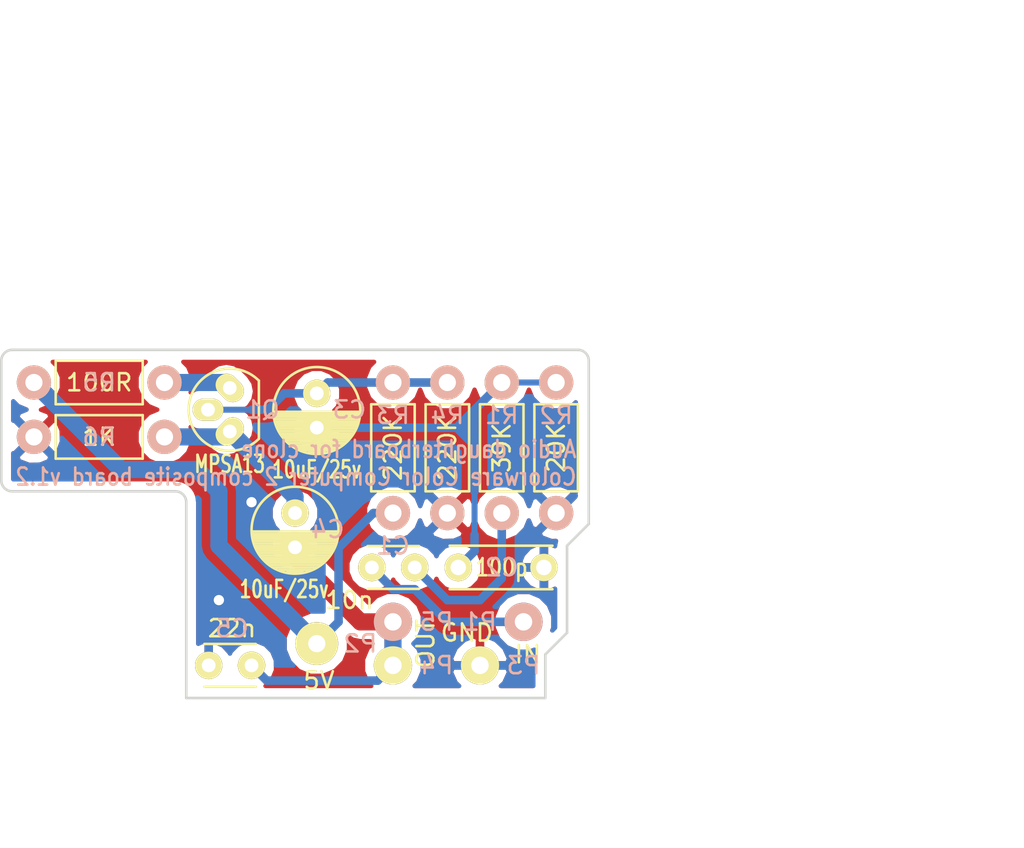
<source format=kicad_pcb>
(kicad_pcb (version 4) (host pcbnew 4.0.2-stable)

  (general
    (links 21)
    (no_connects 0)
    (area 109.144999 76.124999 143.585001 96.595001)
    (thickness 1.6)
    (drawings 55)
    (tracks 67)
    (zones 0)
    (modules 17)
    (nets 10)
  )

  (page A4)
  (layers
    (0 F.Cu signal)
    (31 B.Cu signal)
    (32 B.Adhes user)
    (33 F.Adhes user)
    (34 B.Paste user)
    (35 F.Paste user)
    (36 B.SilkS user)
    (37 F.SilkS user)
    (38 B.Mask user)
    (39 F.Mask user)
    (40 Dwgs.User user)
    (41 Cmts.User user)
    (42 Eco1.User user)
    (43 Eco2.User user)
    (44 Edge.Cuts user)
    (45 Margin user)
    (46 B.CrtYd user)
    (47 F.CrtYd user)
    (48 B.Fab user)
    (49 F.Fab user)
  )

  (setup
    (last_trace_width 1)
    (user_trace_width 0.5)
    (user_trace_width 1)
    (trace_clearance 0.2)
    (zone_clearance 0.5)
    (zone_45_only no)
    (trace_min 0.2)
    (segment_width 0.2)
    (edge_width 0.15)
    (via_size 0.6)
    (via_drill 0.4)
    (via_min_size 0.4)
    (via_min_drill 0.3)
    (user_via 1 0.6)
    (uvia_size 0.3)
    (uvia_drill 0.1)
    (uvias_allowed no)
    (uvia_min_size 0.2)
    (uvia_min_drill 0.1)
    (pcb_text_width 0.3)
    (pcb_text_size 1.5 1.5)
    (mod_edge_width 0.15)
    (mod_text_size 1 1)
    (mod_text_width 0.15)
    (pad_size 1.6 1.6)
    (pad_drill 0.9)
    (pad_to_mask_clearance 0.2)
    (solder_mask_min_width 0.2)
    (aux_axis_origin 0 0)
    (grid_origin 132.08 93.98)
    (visible_elements 7FFFFFFF)
    (pcbplotparams
      (layerselection 0x010f0_80000001)
      (usegerberextensions true)
      (excludeedgelayer true)
      (linewidth 0.100000)
      (plotframeref false)
      (viasonmask false)
      (mode 1)
      (useauxorigin false)
      (hpglpennumber 1)
      (hpglpenspeed 20)
      (hpglpendiameter 15)
      (hpglpenoverlay 2)
      (psnegative false)
      (psa4output false)
      (plotreference true)
      (plotvalue true)
      (plotinvisibletext false)
      (padsonsilk false)
      (subtractmaskfromsilk false)
      (outputformat 1)
      (mirror false)
      (drillshape 0)
      (scaleselection 1)
      (outputdirectory Gerbers/))
  )

  (net 0 "")
  (net 1 "Net-(C1-Pad1)")
  (net 2 "Net-(C1-Pad2)")
  (net 3 "Net-(C2-Pad1)")
  (net 4 GND)
  (net 5 "Net-(C3-Pad1)")
  (net 6 "Net-(C4-Pad2)")
  (net 7 "Net-(C4-Pad1)")
  (net 8 VCC)
  (net 9 "Net-(Q1-Pad3)")

  (net_class Default "This is the default net class."
    (clearance 0.2)
    (trace_width 0.35)
    (via_dia 0.6)
    (via_drill 0.4)
    (uvia_dia 0.3)
    (uvia_drill 0.1)
    (add_net GND)
    (add_net "Net-(C1-Pad1)")
    (add_net "Net-(C1-Pad2)")
    (add_net "Net-(C2-Pad1)")
    (add_net "Net-(C3-Pad1)")
    (add_net "Net-(C4-Pad1)")
    (add_net "Net-(C4-Pad2)")
    (add_net "Net-(Q1-Pad3)")
    (add_net VCC)
  )

  (module Capacitors_ThroughHole:C_Radial_D5_L11_P2 (layer F.Cu) (tedit 57C1879D) (tstamp 57A086CB)
    (at 126.365 85.725 270)
    (descr "Radial Electrolytic Capacitor 5mm x Length 11mm, Pitch 2mm")
    (tags "Electrolytic Capacitor")
    (path /57A0872C)
    (fp_text reference C4 (at 0.9525 -1.905 360) (layer B.SilkS)
      (effects (font (size 1 1) (thickness 0.15)) (justify mirror))
    )
    (fp_text value 10uF/25v (at 4.445 0.635 360) (layer F.SilkS)
      (effects (font (size 1 0.7) (thickness 0.15)))
    )
    (fp_line (start 1.075 -2.499) (end 1.075 2.499) (layer F.SilkS) (width 0.15))
    (fp_line (start 1.215 -2.491) (end 1.215 -0.154) (layer F.SilkS) (width 0.15))
    (fp_line (start 1.215 0.154) (end 1.215 2.491) (layer F.SilkS) (width 0.15))
    (fp_line (start 1.355 -2.475) (end 1.355 -0.473) (layer F.SilkS) (width 0.15))
    (fp_line (start 1.355 0.473) (end 1.355 2.475) (layer F.SilkS) (width 0.15))
    (fp_line (start 1.495 -2.451) (end 1.495 -0.62) (layer F.SilkS) (width 0.15))
    (fp_line (start 1.495 0.62) (end 1.495 2.451) (layer F.SilkS) (width 0.15))
    (fp_line (start 1.635 -2.418) (end 1.635 -0.712) (layer F.SilkS) (width 0.15))
    (fp_line (start 1.635 0.712) (end 1.635 2.418) (layer F.SilkS) (width 0.15))
    (fp_line (start 1.775 -2.377) (end 1.775 -0.768) (layer F.SilkS) (width 0.15))
    (fp_line (start 1.775 0.768) (end 1.775 2.377) (layer F.SilkS) (width 0.15))
    (fp_line (start 1.915 -2.327) (end 1.915 -0.795) (layer F.SilkS) (width 0.15))
    (fp_line (start 1.915 0.795) (end 1.915 2.327) (layer F.SilkS) (width 0.15))
    (fp_line (start 2.055 -2.266) (end 2.055 -0.798) (layer F.SilkS) (width 0.15))
    (fp_line (start 2.055 0.798) (end 2.055 2.266) (layer F.SilkS) (width 0.15))
    (fp_line (start 2.195 -2.196) (end 2.195 -0.776) (layer F.SilkS) (width 0.15))
    (fp_line (start 2.195 0.776) (end 2.195 2.196) (layer F.SilkS) (width 0.15))
    (fp_line (start 2.335 -2.114) (end 2.335 -0.726) (layer F.SilkS) (width 0.15))
    (fp_line (start 2.335 0.726) (end 2.335 2.114) (layer F.SilkS) (width 0.15))
    (fp_line (start 2.475 -2.019) (end 2.475 -0.644) (layer F.SilkS) (width 0.15))
    (fp_line (start 2.475 0.644) (end 2.475 2.019) (layer F.SilkS) (width 0.15))
    (fp_line (start 2.615 -1.908) (end 2.615 -0.512) (layer F.SilkS) (width 0.15))
    (fp_line (start 2.615 0.512) (end 2.615 1.908) (layer F.SilkS) (width 0.15))
    (fp_line (start 2.755 -1.78) (end 2.755 -0.265) (layer F.SilkS) (width 0.15))
    (fp_line (start 2.755 0.265) (end 2.755 1.78) (layer F.SilkS) (width 0.15))
    (fp_line (start 2.895 -1.631) (end 2.895 1.631) (layer F.SilkS) (width 0.15))
    (fp_line (start 3.035 -1.452) (end 3.035 1.452) (layer F.SilkS) (width 0.15))
    (fp_line (start 3.175 -1.233) (end 3.175 1.233) (layer F.SilkS) (width 0.15))
    (fp_line (start 3.315 -0.944) (end 3.315 0.944) (layer F.SilkS) (width 0.15))
    (fp_line (start 3.455 -0.472) (end 3.455 0.472) (layer F.SilkS) (width 0.15))
    (fp_circle (center 2 0) (end 2 -0.8) (layer F.SilkS) (width 0.15))
    (fp_circle (center 1 0) (end 1 -2.5375) (layer F.SilkS) (width 0.15))
    (fp_circle (center 1 0) (end 1 -2.8) (layer F.CrtYd) (width 0.05))
    (pad 1 thru_hole circle (at 0 0 270) (size 1.6 1.6) (drill 0.8) (layers *.Cu *.Mask F.SilkS)
      (net 7 "Net-(C4-Pad1)"))
    (pad 2 thru_hole circle (at 2 0 270) (size 1.6 1.6) (drill 0.8) (layers *.Cu *.Mask F.SilkS)
      (net 6 "Net-(C4-Pad2)"))
    (model Capacitors_ThroughHole.3dshapes/C_Radial_D5_L11_P2.wrl
      (at (xyz 0 0 0))
      (scale (xyz 1 1 1))
      (rotate (xyz 0 0 0))
    )
  )

  (module Pin_Headers:Pin_Header_Angled_1x01 (layer F.Cu) (tedit 57C18830) (tstamp 579ADAC9)
    (at 137.16 94.615 270)
    (descr "Through hole pin header")
    (tags "pin header")
    (path /579AE549)
    (fp_text reference P3 (at 0 -2.54 360) (layer B.SilkS)
      (effects (font (size 1 1) (thickness 0.15)) (justify mirror))
    )
    (fp_text value GND (at -1.905 0.762 360) (layer F.SilkS)
      (effects (font (size 1 1) (thickness 0.15)))
    )
    (fp_line (start -1.6 -1.75) (end -1.6 1.75) (layer F.CrtYd) (width 0.05))
    (fp_line (start 10.65 -1.75) (end 10.65 1.75) (layer F.CrtYd) (width 0.05))
    (fp_line (start -1.6 -1.75) (end 10.65 -1.75) (layer F.CrtYd) (width 0.05))
    (fp_line (start -1.6 1.75) (end 10.65 1.75) (layer F.CrtYd) (width 0.05))
    (pad 1 thru_hole oval (at 0 0 270) (size 2.2352 2.2352) (drill 1.016) (layers *.Cu *.Mask F.SilkS)
      (net 4 GND))
    (model Pin_Headers.3dshapes/Pin_Header_Angled_1x01.wrl
      (at (xyz 0 0 0))
      (scale (xyz 1 1 1))
      (rotate (xyz 0 0 45))
    )
  )

  (module Resistors_ThroughHole:Resistor_Horizontal_RM7mm (layer F.Cu) (tedit 579B1C5F) (tstamp 579ADAE0)
    (at 138.43 85.725 90)
    (descr "Resistor, Axial,  RM 7.62mm, 1/3W,")
    (tags "Resistor Axial RM 7.62mm 1/3W R3")
    (path /579AD50F)
    (fp_text reference R1 (at 5.715 0 180) (layer B.SilkS)
      (effects (font (size 1 1) (thickness 0.15)) (justify mirror))
    )
    (fp_text value 39K (at 3.81 0 90) (layer F.SilkS)
      (effects (font (size 1 1) (thickness 0.15)))
    )
    (fp_line (start -1.25 -1.5) (end 8.85 -1.5) (layer F.CrtYd) (width 0.05))
    (fp_line (start -1.25 1.5) (end -1.25 -1.5) (layer F.CrtYd) (width 0.05))
    (fp_line (start 8.85 -1.5) (end 8.85 1.5) (layer F.CrtYd) (width 0.05))
    (fp_line (start -1.25 1.5) (end 8.85 1.5) (layer F.CrtYd) (width 0.05))
    (fp_line (start 1.27 -1.27) (end 6.35 -1.27) (layer F.SilkS) (width 0.15))
    (fp_line (start 6.35 -1.27) (end 6.35 1.27) (layer F.SilkS) (width 0.15))
    (fp_line (start 6.35 1.27) (end 1.27 1.27) (layer F.SilkS) (width 0.15))
    (fp_line (start 1.27 1.27) (end 1.27 -1.27) (layer F.SilkS) (width 0.15))
    (pad 1 thru_hole circle (at 0 0 90) (size 1.99898 1.99898) (drill 1.00076) (layers *.Cu *.SilkS *.Mask)
      (net 1 "Net-(C1-Pad1)"))
    (pad 2 thru_hole circle (at 7.62 0 90) (size 1.99898 1.99898) (drill 1.00076) (layers *.Cu *.SilkS *.Mask)
      (net 3 "Net-(C2-Pad1)"))
    (model ../../../../../../dev/Coco/Circuits/Libraries/smisioto/walter/pth_resistors/rc03.wrl
      (at (xyz 0.15 0 0))
      (scale (xyz 1 1 1))
      (rotate (xyz 0 0 0))
    )
  )

  (module Resistors_ThroughHole:Resistor_Horizontal_RM7mm (layer F.Cu) (tedit 579B1C5C) (tstamp 579ADAE6)
    (at 141.605 78.105 270)
    (descr "Resistor, Axial,  RM 7.62mm, 1/3W,")
    (tags "Resistor Axial RM 7.62mm 1/3W R3")
    (path /579AD657)
    (fp_text reference R2 (at 1.905 0 360) (layer B.SilkS)
      (effects (font (size 1 1) (thickness 0.15)) (justify mirror))
    )
    (fp_text value 20K (at 3.81 0 270) (layer F.SilkS)
      (effects (font (size 1 1) (thickness 0.15)))
    )
    (fp_line (start -1.25 -1.5) (end 8.85 -1.5) (layer F.CrtYd) (width 0.05))
    (fp_line (start -1.25 1.5) (end -1.25 -1.5) (layer F.CrtYd) (width 0.05))
    (fp_line (start 8.85 -1.5) (end 8.85 1.5) (layer F.CrtYd) (width 0.05))
    (fp_line (start -1.25 1.5) (end 8.85 1.5) (layer F.CrtYd) (width 0.05))
    (fp_line (start 1.27 -1.27) (end 6.35 -1.27) (layer F.SilkS) (width 0.15))
    (fp_line (start 6.35 -1.27) (end 6.35 1.27) (layer F.SilkS) (width 0.15))
    (fp_line (start 6.35 1.27) (end 1.27 1.27) (layer F.SilkS) (width 0.15))
    (fp_line (start 1.27 1.27) (end 1.27 -1.27) (layer F.SilkS) (width 0.15))
    (pad 1 thru_hole circle (at 0 0 270) (size 1.99898 1.99898) (drill 1.00076) (layers *.Cu *.SilkS *.Mask)
      (net 3 "Net-(C2-Pad1)"))
    (pad 2 thru_hole circle (at 7.62 0 270) (size 1.99898 1.99898) (drill 1.00076) (layers *.Cu *.SilkS *.Mask)
      (net 4 GND))
    (model ../../../../../../dev/Coco/Circuits/Libraries/smisioto/walter/pth_resistors/rc03.wrl
      (at (xyz 0.15 0 0))
      (scale (xyz 1 1 1))
      (rotate (xyz 0 0 0))
    )
  )

  (module Resistors_ThroughHole:Resistor_Horizontal_RM7mm (layer F.Cu) (tedit 579B1C59) (tstamp 579ADAF2)
    (at 135.255 78.105 270)
    (descr "Resistor, Axial,  RM 7.62mm, 1/3W,")
    (tags "Resistor Axial RM 7.62mm 1/3W R3")
    (path /579AD7B3)
    (fp_text reference R4 (at 1.905 0 360) (layer B.SilkS)
      (effects (font (size 1 1) (thickness 0.15)) (justify mirror))
    )
    (fp_text value 220K (at 3.81 0 270) (layer F.SilkS)
      (effects (font (size 1 1) (thickness 0.15)))
    )
    (fp_line (start -1.25 -1.5) (end 8.85 -1.5) (layer F.CrtYd) (width 0.05))
    (fp_line (start -1.25 1.5) (end -1.25 -1.5) (layer F.CrtYd) (width 0.05))
    (fp_line (start 8.85 -1.5) (end 8.85 1.5) (layer F.CrtYd) (width 0.05))
    (fp_line (start -1.25 1.5) (end 8.85 1.5) (layer F.CrtYd) (width 0.05))
    (fp_line (start 1.27 -1.27) (end 6.35 -1.27) (layer F.SilkS) (width 0.15))
    (fp_line (start 6.35 -1.27) (end 6.35 1.27) (layer F.SilkS) (width 0.15))
    (fp_line (start 6.35 1.27) (end 1.27 1.27) (layer F.SilkS) (width 0.15))
    (fp_line (start 1.27 1.27) (end 1.27 -1.27) (layer F.SilkS) (width 0.15))
    (pad 1 thru_hole circle (at 0 0 270) (size 1.99898 1.99898) (drill 1.00076) (layers *.Cu *.SilkS *.Mask)
      (net 5 "Net-(C3-Pad1)"))
    (pad 2 thru_hole circle (at 7.62 0 270) (size 1.99898 1.99898) (drill 1.00076) (layers *.Cu *.SilkS *.Mask)
      (net 4 GND))
    (model ../../../../../../dev/Coco/Circuits/Libraries/smisioto/walter/pth_resistors/rc03.wrl
      (at (xyz 0.15 0 0))
      (scale (xyz 1 1 1))
      (rotate (xyz 0 0 0))
    )
  )

  (module Resistors_ThroughHole:Resistor_Horizontal_RM7mm (layer F.Cu) (tedit 579B1C55) (tstamp 579ADAEC)
    (at 132.08 85.725 90)
    (descr "Resistor, Axial,  RM 7.62mm, 1/3W,")
    (tags "Resistor Axial RM 7.62mm 1/3W R3")
    (path /579AD80C)
    (fp_text reference R3 (at 5.715 0 180) (layer B.SilkS)
      (effects (font (size 1 1) (thickness 0.15)) (justify mirror))
    )
    (fp_text value 220K (at 3.81 0 90) (layer F.SilkS)
      (effects (font (size 1 1) (thickness 0.15)))
    )
    (fp_line (start -1.25 -1.5) (end 8.85 -1.5) (layer F.CrtYd) (width 0.05))
    (fp_line (start -1.25 1.5) (end -1.25 -1.5) (layer F.CrtYd) (width 0.05))
    (fp_line (start 8.85 -1.5) (end 8.85 1.5) (layer F.CrtYd) (width 0.05))
    (fp_line (start -1.25 1.5) (end 8.85 1.5) (layer F.CrtYd) (width 0.05))
    (fp_line (start 1.27 -1.27) (end 6.35 -1.27) (layer F.SilkS) (width 0.15))
    (fp_line (start 6.35 -1.27) (end 6.35 1.27) (layer F.SilkS) (width 0.15))
    (fp_line (start 6.35 1.27) (end 1.27 1.27) (layer F.SilkS) (width 0.15))
    (fp_line (start 1.27 1.27) (end 1.27 -1.27) (layer F.SilkS) (width 0.15))
    (pad 1 thru_hole circle (at 0 0 90) (size 1.99898 1.99898) (drill 1.00076) (layers *.Cu *.SilkS *.Mask)
      (net 8 VCC))
    (pad 2 thru_hole circle (at 7.62 0 90) (size 1.99898 1.99898) (drill 1.00076) (layers *.Cu *.SilkS *.Mask)
      (net 5 "Net-(C3-Pad1)"))
    (model ../../../../../../dev/Coco/Circuits/Libraries/smisioto/walter/pth_resistors/rc03.wrl
      (at (xyz 0.15 0 0))
      (scale (xyz 1 1 1))
      (rotate (xyz 0 0 0))
    )
  )

  (module Resistors_ThroughHole:Resistor_Horizontal_RM7mm (layer F.Cu) (tedit 57C181AA) (tstamp 579ADAFE)
    (at 118.745 81.28 180)
    (descr "Resistor, Axial,  RM 7.62mm, 1/3W,")
    (tags "Resistor Axial RM 7.62mm 1/3W R3")
    (path /579AD8F7)
    (fp_text reference R6 (at 3.81 0 180) (layer B.SilkS)
      (effects (font (size 1 1) (thickness 0.15)) (justify mirror))
    )
    (fp_text value 1K (at 3.81 0 180) (layer F.SilkS)
      (effects (font (size 1 1) (thickness 0.15)))
    )
    (fp_line (start -1.25 -1.5) (end 8.85 -1.5) (layer F.CrtYd) (width 0.05))
    (fp_line (start -1.25 1.5) (end -1.25 -1.5) (layer F.CrtYd) (width 0.05))
    (fp_line (start 8.85 -1.5) (end 8.85 1.5) (layer F.CrtYd) (width 0.05))
    (fp_line (start -1.25 1.5) (end 8.85 1.5) (layer F.CrtYd) (width 0.05))
    (fp_line (start 1.27 -1.27) (end 6.35 -1.27) (layer F.SilkS) (width 0.15))
    (fp_line (start 6.35 -1.27) (end 6.35 1.27) (layer F.SilkS) (width 0.15))
    (fp_line (start 6.35 1.27) (end 1.27 1.27) (layer F.SilkS) (width 0.15))
    (fp_line (start 1.27 1.27) (end 1.27 -1.27) (layer F.SilkS) (width 0.15))
    (pad 1 thru_hole circle (at 0 0 180) (size 1.99898 1.99898) (drill 1.00076) (layers *.Cu *.SilkS *.Mask)
      (net 7 "Net-(C4-Pad1)"))
    (pad 2 thru_hole circle (at 7.62 0 180) (size 1.99898 1.99898) (drill 1.00076) (layers *.Cu *.SilkS *.Mask)
      (net 4 GND))
    (model ../../../../../../dev/Coco/Circuits/Libraries/smisioto/walter/pth_resistors/rc03.wrl
      (at (xyz 0.15 0 0))
      (scale (xyz 1 1 1))
      (rotate (xyz 0 0 0))
    )
  )

  (module Resistors_ThroughHole:Resistor_Horizontal_RM7mm (layer F.Cu) (tedit 57C181A7) (tstamp 579ADAF8)
    (at 111.125 78.105)
    (descr "Resistor, Axial,  RM 7.62mm, 1/3W,")
    (tags "Resistor Axial RM 7.62mm 1/3W R3")
    (path /579AD898)
    (fp_text reference R5 (at 3.81 0) (layer B.SilkS)
      (effects (font (size 1 1) (thickness 0.15)) (justify mirror))
    )
    (fp_text value 100R (at 3.81 0) (layer F.SilkS)
      (effects (font (size 1 1) (thickness 0.15)))
    )
    (fp_line (start -1.25 -1.5) (end 8.85 -1.5) (layer F.CrtYd) (width 0.05))
    (fp_line (start -1.25 1.5) (end -1.25 -1.5) (layer F.CrtYd) (width 0.05))
    (fp_line (start 8.85 -1.5) (end 8.85 1.5) (layer F.CrtYd) (width 0.05))
    (fp_line (start -1.25 1.5) (end 8.85 1.5) (layer F.CrtYd) (width 0.05))
    (fp_line (start 1.27 -1.27) (end 6.35 -1.27) (layer F.SilkS) (width 0.15))
    (fp_line (start 6.35 -1.27) (end 6.35 1.27) (layer F.SilkS) (width 0.15))
    (fp_line (start 6.35 1.27) (end 1.27 1.27) (layer F.SilkS) (width 0.15))
    (fp_line (start 1.27 1.27) (end 1.27 -1.27) (layer F.SilkS) (width 0.15))
    (pad 1 thru_hole circle (at 0 0) (size 1.99898 1.99898) (drill 1.00076) (layers *.Cu *.SilkS *.Mask)
      (net 8 VCC))
    (pad 2 thru_hole circle (at 7.62 0) (size 1.99898 1.99898) (drill 1.00076) (layers *.Cu *.SilkS *.Mask)
      (net 9 "Net-(Q1-Pad3)"))
    (model ../../../../../../dev/Coco/Circuits/Libraries/smisioto/walter/pth_resistors/rc03.wrl
      (at (xyz 0.15 0 0))
      (scale (xyz 1 1 1))
      (rotate (xyz 0 0 0))
    )
  )

  (module Capacitors_ThroughHole:C_Disc_D6_P5 (layer F.Cu) (tedit 57C18533) (tstamp 579B2539)
    (at 135.89 88.9)
    (descr "Capacitor 6mm Disc, Pitch 5mm")
    (tags Capacitor)
    (path /579AD416)
    (fp_text reference C2 (at 2.54 0) (layer B.SilkS)
      (effects (font (size 1 1) (thickness 0.15)) (justify mirror))
    )
    (fp_text value 100p (at 2.54 0) (layer F.SilkS)
      (effects (font (size 1 0.8) (thickness 0.15)))
    )
    (fp_line (start -0.95 -1.738) (end 5.95 -1.738) (layer F.CrtYd) (width 0.05))
    (fp_line (start 5.95 -1.738) (end 5.95 1.738) (layer F.CrtYd) (width 0.05))
    (fp_line (start 5.95 1.738) (end -0.95 1.738) (layer F.CrtYd) (width 0.05))
    (fp_line (start -0.95 1.738) (end -0.95 -1.738) (layer F.CrtYd) (width 0.05))
    (fp_line (start -0.5 -1.27) (end 5.5 -1.27) (layer F.SilkS) (width 0.15))
    (fp_line (start 5.5 1.27) (end -0.5 1.27) (layer F.SilkS) (width 0.15))
    (pad 1 thru_hole circle (at 0 0) (size 1.6 1.6) (drill 0.9) (layers *.Cu *.Mask F.SilkS)
      (net 3 "Net-(C2-Pad1)"))
    (pad 2 thru_hole oval (at 5 0) (size 1.6 1.6) (drill 0.9) (layers *.Cu *.Mask F.SilkS)
      (net 4 GND))
    (model Capacitors_ThroughHole.3dshapes/C_Disc_D6_P5.wrl
      (at (xyz 0.0984252 0 0))
      (scale (xyz 1 1 1))
      (rotate (xyz 0 0 0))
    )
  )

  (module Pin_Headers:Pin_Header_Angled_1x01 (layer B.Cu) (tedit 579B1D18) (tstamp 579ADABF)
    (at 139.7 92.075 270)
    (descr "Through hole pin header")
    (tags "pin header")
    (path /579AE194)
    (fp_text reference P1 (at 0 2.54 360) (layer B.SilkS)
      (effects (font (size 1 1) (thickness 0.15)) (justify mirror))
    )
    (fp_text value "SOUND IN" (at 0.635 -5.08 270) (layer B.Fab) hide
      (effects (font (size 1 1) (thickness 0.15)) (justify mirror))
    )
    (fp_line (start -1.6 1.75) (end -1.6 -1.75) (layer B.CrtYd) (width 0.05))
    (fp_line (start 10.65 1.75) (end 10.65 -1.75) (layer B.CrtYd) (width 0.05))
    (fp_line (start -1.6 1.75) (end 10.65 1.75) (layer B.CrtYd) (width 0.05))
    (fp_line (start -1.6 -1.75) (end 10.65 -1.75) (layer B.CrtYd) (width 0.05))
    (pad 1 thru_hole circle (at 0 0 270) (size 2.2352 2.2352) (drill 1.016) (layers *.Cu *.Mask B.SilkS)
      (net 2 "Net-(C1-Pad2)"))
    (model Pin_Headers.3dshapes/Pin_Header_Angled_1x01.wrl
      (at (xyz 0 0 0))
      (scale (xyz 1 1 1))
      (rotate (xyz 0 0 90))
    )
  )

  (module Pin_Headers:Pin_Header_Angled_1x01 (layer B.Cu) (tedit 579B1D0F) (tstamp 579ADAD3)
    (at 132.08 92.075 270)
    (descr "Through hole pin header")
    (tags "pin header")
    (path /579AE336)
    (fp_text reference P5 (at 0 -2.54 360) (layer B.SilkS)
      (effects (font (size 1 1) (thickness 0.15)) (justify mirror))
    )
    (fp_text value "SOUND OUT 2" (at 5.715 6.985 360) (layer B.Fab) hide
      (effects (font (size 1 1) (thickness 0.15)) (justify mirror))
    )
    (fp_line (start -1.6 1.75) (end -1.6 -1.75) (layer B.CrtYd) (width 0.05))
    (fp_line (start 10.65 1.75) (end 10.65 -1.75) (layer B.CrtYd) (width 0.05))
    (fp_line (start -1.6 1.75) (end 10.65 1.75) (layer B.CrtYd) (width 0.05))
    (fp_line (start -1.6 -1.75) (end 10.65 -1.75) (layer B.CrtYd) (width 0.05))
    (pad 1 thru_hole circle (at 0 0 270) (size 2.2352 2.2352) (drill 1.016) (layers *.Cu *.Mask B.SilkS)
      (net 6 "Net-(C4-Pad2)"))
    (model Pin_Headers.3dshapes/Pin_Header_Angled_1x01.wrl
      (at (xyz 0 0 0))
      (scale (xyz 1 1 1))
      (rotate (xyz 0 0 90))
    )
  )

  (module Pin_Headers:Pin_Header_Angled_1x01 (layer F.Cu) (tedit 579B1D12) (tstamp 579ADACE)
    (at 132.08 94.615 270)
    (descr "Through hole pin header")
    (tags "pin header")
    (path /579AE3E7)
    (fp_text reference P4 (at 0 -2.54 360) (layer B.SilkS)
      (effects (font (size 1 1) (thickness 0.15)) (justify mirror))
    )
    (fp_text value "SOUND OUT 1" (at 5.08 6.985 360) (layer F.Fab) hide
      (effects (font (size 1 1) (thickness 0.15)))
    )
    (fp_line (start -1.6 -1.75) (end -1.6 1.75) (layer F.CrtYd) (width 0.05))
    (fp_line (start 10.65 -1.75) (end 10.65 1.75) (layer F.CrtYd) (width 0.05))
    (fp_line (start -1.6 -1.75) (end 10.65 -1.75) (layer F.CrtYd) (width 0.05))
    (fp_line (start -1.6 1.75) (end 10.65 1.75) (layer F.CrtYd) (width 0.05))
    (pad 1 thru_hole circle (at 0 0 270) (size 2.2352 2.2352) (drill 1.016) (layers *.Cu *.Mask F.SilkS)
      (net 6 "Net-(C4-Pad2)"))
    (model Pin_Headers.3dshapes/Pin_Header_Angled_1x01.wrl
      (at (xyz 0 0 0))
      (scale (xyz 1 1 1))
      (rotate (xyz 0 0 90))
    )
  )

  (module Capacitors_ThroughHole:C_Disc_D3_P2.5 (layer F.Cu) (tedit 57C187A1) (tstamp 579ADAA2)
    (at 133.35 88.9 180)
    (descr "Capacitor 3mm Disc, Pitch 2.5mm")
    (tags Capacitor)
    (path /579AD3D5)
    (fp_text reference C1 (at 1.27 1.27 180) (layer B.SilkS)
      (effects (font (size 1 1) (thickness 0.15)) (justify mirror))
    )
    (fp_text value 10n (at 3.81 -1.905 180) (layer F.SilkS)
      (effects (font (size 1 1) (thickness 0.15)))
    )
    (fp_line (start -0.9 -1.5) (end 3.4 -1.5) (layer F.CrtYd) (width 0.05))
    (fp_line (start 3.4 -1.5) (end 3.4 1.5) (layer F.CrtYd) (width 0.05))
    (fp_line (start 3.4 1.5) (end -0.9 1.5) (layer F.CrtYd) (width 0.05))
    (fp_line (start -0.9 1.5) (end -0.9 -1.5) (layer F.CrtYd) (width 0.05))
    (fp_line (start -0.25 -1.25) (end 2.75 -1.25) (layer F.SilkS) (width 0.15))
    (fp_line (start 2.75 1.25) (end -0.25 1.25) (layer F.SilkS) (width 0.15))
    (pad 1 thru_hole circle (at 0 0 180) (size 1.6 1.6) (drill 0.8) (layers *.Cu *.Mask F.SilkS)
      (net 1 "Net-(C1-Pad1)"))
    (pad 2 thru_hole circle (at 2.5 0 180) (size 1.6 1.6) (drill 0.8001) (layers *.Cu *.Mask F.SilkS)
      (net 2 "Net-(C1-Pad2)"))
    (model Capacitors_ThroughHole.3dshapes/C_Disc_D3_P2.5.wrl
      (at (xyz 0.049213 0 0))
      (scale (xyz 1 1 1))
      (rotate (xyz 0 0 0))
    )
  )

  (module Capacitors_ThroughHole:C_Radial_D5_L11_P2 (layer F.Cu) (tedit 57C184C1) (tstamp 579ADAAE)
    (at 127.635 78.74 270)
    (descr "Radial Electrolytic Capacitor 5mm x Length 11mm, Pitch 2mm")
    (tags "Electrolytic Capacitor")
    (path /579AD458)
    (fp_text reference C3 (at 0.9525 -1.905 360) (layer B.SilkS)
      (effects (font (size 1 1) (thickness 0.15)) (justify mirror))
    )
    (fp_text value 10uF/25v (at 4.445 0 360) (layer F.SilkS)
      (effects (font (size 1 0.7) (thickness 0.15)))
    )
    (fp_line (start 1.075 -2.499) (end 1.075 2.499) (layer F.SilkS) (width 0.15))
    (fp_line (start 1.215 -2.491) (end 1.215 -0.154) (layer F.SilkS) (width 0.15))
    (fp_line (start 1.215 0.154) (end 1.215 2.491) (layer F.SilkS) (width 0.15))
    (fp_line (start 1.355 -2.475) (end 1.355 -0.473) (layer F.SilkS) (width 0.15))
    (fp_line (start 1.355 0.473) (end 1.355 2.475) (layer F.SilkS) (width 0.15))
    (fp_line (start 1.495 -2.451) (end 1.495 -0.62) (layer F.SilkS) (width 0.15))
    (fp_line (start 1.495 0.62) (end 1.495 2.451) (layer F.SilkS) (width 0.15))
    (fp_line (start 1.635 -2.418) (end 1.635 -0.712) (layer F.SilkS) (width 0.15))
    (fp_line (start 1.635 0.712) (end 1.635 2.418) (layer F.SilkS) (width 0.15))
    (fp_line (start 1.775 -2.377) (end 1.775 -0.768) (layer F.SilkS) (width 0.15))
    (fp_line (start 1.775 0.768) (end 1.775 2.377) (layer F.SilkS) (width 0.15))
    (fp_line (start 1.915 -2.327) (end 1.915 -0.795) (layer F.SilkS) (width 0.15))
    (fp_line (start 1.915 0.795) (end 1.915 2.327) (layer F.SilkS) (width 0.15))
    (fp_line (start 2.055 -2.266) (end 2.055 -0.798) (layer F.SilkS) (width 0.15))
    (fp_line (start 2.055 0.798) (end 2.055 2.266) (layer F.SilkS) (width 0.15))
    (fp_line (start 2.195 -2.196) (end 2.195 -0.776) (layer F.SilkS) (width 0.15))
    (fp_line (start 2.195 0.776) (end 2.195 2.196) (layer F.SilkS) (width 0.15))
    (fp_line (start 2.335 -2.114) (end 2.335 -0.726) (layer F.SilkS) (width 0.15))
    (fp_line (start 2.335 0.726) (end 2.335 2.114) (layer F.SilkS) (width 0.15))
    (fp_line (start 2.475 -2.019) (end 2.475 -0.644) (layer F.SilkS) (width 0.15))
    (fp_line (start 2.475 0.644) (end 2.475 2.019) (layer F.SilkS) (width 0.15))
    (fp_line (start 2.615 -1.908) (end 2.615 -0.512) (layer F.SilkS) (width 0.15))
    (fp_line (start 2.615 0.512) (end 2.615 1.908) (layer F.SilkS) (width 0.15))
    (fp_line (start 2.755 -1.78) (end 2.755 -0.265) (layer F.SilkS) (width 0.15))
    (fp_line (start 2.755 0.265) (end 2.755 1.78) (layer F.SilkS) (width 0.15))
    (fp_line (start 2.895 -1.631) (end 2.895 1.631) (layer F.SilkS) (width 0.15))
    (fp_line (start 3.035 -1.452) (end 3.035 1.452) (layer F.SilkS) (width 0.15))
    (fp_line (start 3.175 -1.233) (end 3.175 1.233) (layer F.SilkS) (width 0.15))
    (fp_line (start 3.315 -0.944) (end 3.315 0.944) (layer F.SilkS) (width 0.15))
    (fp_line (start 3.455 -0.472) (end 3.455 0.472) (layer F.SilkS) (width 0.15))
    (fp_circle (center 2 0) (end 2 -0.8) (layer F.SilkS) (width 0.15))
    (fp_circle (center 1 0) (end 1 -2.5375) (layer F.SilkS) (width 0.15))
    (fp_circle (center 1 0) (end 1 -2.8) (layer F.CrtYd) (width 0.05))
    (pad 1 thru_hole circle (at 0 0 270) (size 1.6 1.6) (drill 0.8) (layers *.Cu *.Mask F.SilkS)
      (net 5 "Net-(C3-Pad1)"))
    (pad 2 thru_hole circle (at 2 0 270) (size 1.6 1.6) (drill 0.8) (layers *.Cu *.Mask F.SilkS)
      (net 3 "Net-(C2-Pad1)"))
    (model Capacitors_ThroughHole.3dshapes/C_Radial_D5_L11_P2.wrl
      (at (xyz 0 0 0))
      (scale (xyz 1 1 1))
      (rotate (xyz 0 0 0))
    )
  )

  (module Capacitors_ThroughHole:C_Disc_D3_P2.5 (layer F.Cu) (tedit 57C184E4) (tstamp 579ADABA)
    (at 123.825 94.615 180)
    (descr "Capacitor 3mm Disc, Pitch 2.5mm")
    (tags Capacitor)
    (path /579ADA9E)
    (fp_text reference C5 (at 1.143 2.159 180) (layer B.SilkS)
      (effects (font (size 1 1) (thickness 0.15)) (justify mirror))
    )
    (fp_text value 22n (at 1.143 2.159 360) (layer F.SilkS)
      (effects (font (size 1 1) (thickness 0.15)))
    )
    (fp_line (start -0.9 -1.5) (end 3.4 -1.5) (layer F.CrtYd) (width 0.05))
    (fp_line (start 3.4 -1.5) (end 3.4 1.5) (layer F.CrtYd) (width 0.05))
    (fp_line (start 3.4 1.5) (end -0.9 1.5) (layer F.CrtYd) (width 0.05))
    (fp_line (start -0.9 1.5) (end -0.9 -1.5) (layer F.CrtYd) (width 0.05))
    (fp_line (start -0.25 -1.25) (end 2.75 -1.25) (layer F.SilkS) (width 0.15))
    (fp_line (start 2.75 1.25) (end -0.25 1.25) (layer F.SilkS) (width 0.15))
    (pad 1 thru_hole circle (at 0 0 180) (size 1.6 1.6) (drill 0.8) (layers *.Cu *.Mask F.SilkS)
      (net 6 "Net-(C4-Pad2)"))
    (pad 2 thru_hole oval (at 2.5 0 180) (size 1.6 1.6) (drill 0.8001) (layers *.Cu *.Mask F.SilkS)
      (net 4 GND))
    (model Capacitors_ThroughHole.3dshapes/C_Disc_D3_P2.5.wrl
      (at (xyz 0.0492126 0 0))
      (scale (xyz 1 1 1))
      (rotate (xyz 0 0 0))
    )
  )

  (module TO_SOT_Packages_THT:TO-92_Molded_Narrow_Oval (layer F.Cu) (tedit 579B3A27) (tstamp 579ADADA)
    (at 122.555 80.9625 90)
    (descr "TO-92 leads molded, narrow, oval pads, drill 0.8mm (see NXP sot054_po.pdf)")
    (tags "to-92 sc-43 sc-43a sot54 PA33 transistor")
    (path /579AD4E9)
    (fp_text reference Q1 (at 1.27 1.905 180) (layer B.SilkS)
      (effects (font (size 1 1) (thickness 0.15)) (justify mirror))
    )
    (fp_text value MPSA13 (at -1.905 0 180) (layer F.SilkS)
      (effects (font (size 1 0.7) (thickness 0.15)))
    )
    (fp_line (start -1.4 1.95) (end -1.4 -2.65) (layer F.CrtYd) (width 0.05))
    (fp_line (start -1.4 1.95) (end 3.95 1.95) (layer F.CrtYd) (width 0.05))
    (fp_line (start -0.43 1.7) (end 2.97 1.7) (layer F.SilkS) (width 0.15))
    (fp_arc (start 1.27 0) (end 1.27 -2.4) (angle -135) (layer F.SilkS) (width 0.15))
    (fp_arc (start 1.27 0) (end 1.27 -2.4) (angle 135) (layer F.SilkS) (width 0.15))
    (fp_line (start -1.4 -2.65) (end 3.95 -2.65) (layer F.CrtYd) (width 0.05))
    (fp_line (start 3.95 1.95) (end 3.95 -2.65) (layer F.CrtYd) (width 0.05))
    (pad 2 thru_hole oval (at 1.27 -1.27 180) (size 1.80086 1.30048) (drill 0.8) (layers *.Cu *.Mask F.SilkS)
      (net 5 "Net-(C3-Pad1)"))
    (pad 1 thru_hole oval (at 0 0 135) (size 1.30048 1.80086) (drill 0.8) (layers *.Cu *.Mask F.SilkS)
      (net 7 "Net-(C4-Pad1)"))
    (pad 3 thru_hole oval (at 2.54 0 135) (size 1.80086 1.30048) (drill 0.8) (layers *.Cu *.Mask F.SilkS)
      (net 9 "Net-(Q1-Pad3)"))
    (model TO_SOT_Packages_THT.3dshapes/TO-92_Molded_Narrow_Oval.wrl
      (at (xyz 0.05 0 0))
      (scale (xyz 1 1 1))
      (rotate (xyz 0 0 -90))
    )
  )

  (module Wire_Pads:SolderWirePad_single_1mmDrill (layer F.Cu) (tedit 579B1C36) (tstamp 579ADAC4)
    (at 127.635 93.345)
    (path /579AE247)
    (fp_text reference P2 (at 2.54 0) (layer B.SilkS)
      (effects (font (size 1 1) (thickness 0.15)) (justify mirror))
    )
    (fp_text value 5V (at 0.127 2.159) (layer F.SilkS)
      (effects (font (size 1 1) (thickness 0.15)))
    )
    (pad 1 thru_hole circle (at 0 0) (size 2.49936 2.49936) (drill 1.00076) (layers *.Cu *.Mask F.SilkS)
      (net 8 VCC))
  )

  (gr_line (start 140.97 96.52) (end 120.015 96.52) (angle 90) (layer Edge.Cuts) (width 0.15))
  (gr_line (start 140.97 93.98) (end 140.97 96.52) (angle 90) (layer Edge.Cuts) (width 0.15))
  (gr_line (start 142.24 92.71) (end 140.97 93.98) (angle 90) (layer Edge.Cuts) (width 0.15))
  (gr_line (start 142.24 87.63) (end 142.24 92.71) (angle 90) (layer Edge.Cuts) (width 0.15))
  (gr_text "Audio daughterboard for clone\nColorware Color Computer 2 composite board v1.2" (at 142.875 82.804) (layer B.SilkS)
    (effects (font (size 1 0.84) (thickness 0.15)) (justify left mirror))
  )
  (gr_line (start 120.015 85.09) (end 120.015 96.52) (angle 90) (layer Edge.Cuts) (width 0.15))
  (gr_line (start 109.22 76.835) (end 109.22 83.82) (angle 90) (layer Edge.Cuts) (width 0.15))
  (gr_line (start 109.855 84.455) (end 119.38 84.455) (angle 90) (layer Edge.Cuts) (width 0.15))
  (gr_text OUT (at 133.985 93.345 90) (layer F.SilkS)
    (effects (font (size 1 1) (thickness 0.15)))
  )
  (gr_text IN (at 139.954 93.98) (layer F.SilkS)
    (effects (font (size 1 1) (thickness 0.15)))
  )
  (gr_line (start 142.875 76.2) (end 109.855 76.2) (angle 90) (layer Edge.Cuts) (width 0.15))
  (gr_line (start 143.51 86.36) (end 143.51 76.835) (angle 90) (layer Edge.Cuts) (width 0.15))
  (gr_line (start 142.24 87.63) (end 143.51 86.36) (angle 90) (layer Edge.Cuts) (width 0.15))
  (gr_arc (start 142.875 76.835) (end 142.875 76.2) (angle 90) (layer Edge.Cuts) (width 0.15))
  (gr_arc (start 109.855 76.835) (end 109.22 76.835) (angle 90) (layer Edge.Cuts) (width 0.15))
  (gr_arc (start 109.855 83.82) (end 109.855 84.455) (angle 90) (layer Edge.Cuts) (width 0.15))
  (gr_arc (start 119.38 85.09) (end 119.38 84.455) (angle 90) (layer Edge.Cuts) (width 0.15))
  (gr_line (start 125.73 93.98) (end 125.73 96.52) (angle 90) (layer Dwgs.User) (width 0.2))
  (gr_line (start 129.54 93.98) (end 125.73 93.98) (angle 90) (layer Dwgs.User) (width 0.2))
  (gr_line (start 142.24 90.805) (end 142.24 96.52) (angle 90) (layer Dwgs.User) (width 0.2))
  (gr_line (start 129.54 90.805) (end 129.54 96.52) (angle 90) (layer Dwgs.User) (width 0.2))
  (gr_line (start 129.54 90.805) (end 142.24 90.805) (angle 90) (layer Dwgs.User) (width 0.2))
  (gr_text "Inductor prevents tall objects" (at 146.05 92.075) (layer Dwgs.User)
    (effects (font (size 1 1) (thickness 0.15)) (justify left))
  )
  (gr_line (start 142.875 92.075) (end 145.415 92.075) (angle 90) (layer Dwgs.User) (width 0.2))
  (gr_line (start 143.51 92.71) (end 142.875 92.075) (angle 90) (layer Dwgs.User) (width 0.2))
  (gr_line (start 142.875 92.075) (end 143.51 92.71) (angle 90) (layer Dwgs.User) (width 0.2))
  (gr_line (start 142.875 92.075) (end 143.51 91.44) (angle 90) (layer Dwgs.User) (width 0.2))
  (gr_line (start 117.475 65.405) (end 118.745 66.675) (angle 90) (layer Dwgs.User) (width 0.2))
  (gr_line (start 118.745 64.135) (end 117.475 65.405) (angle 90) (layer Dwgs.User) (width 0.2))
  (gr_line (start 117.475 65.405) (end 118.745 64.135) (angle 90) (layer Dwgs.User) (width 0.2))
  (gr_line (start 125.73 65.405) (end 117.475 65.405) (angle 90) (layer Dwgs.User) (width 0.2))
  (gr_line (start 126.365 66.04) (end 125.73 65.405) (angle 90) (layer Dwgs.User) (width 0.2))
  (gr_line (start 132.08 66.04) (end 126.365 66.04) (angle 90) (layer Dwgs.User) (width 0.2))
  (gr_line (start 122.555 60.325) (end 121.92 60.325) (angle 90) (layer Dwgs.User) (width 0.2))
  (gr_line (start 121.92 60.96) (end 122.555 60.325) (angle 90) (layer Dwgs.User) (width 0.2))
  (gr_line (start 121.285 60.325) (end 121.92 60.96) (angle 90) (layer Dwgs.User) (width 0.2))
  (gr_line (start 121.92 60.325) (end 121.285 60.325) (angle 90) (layer Dwgs.User) (width 0.2))
  (gr_line (start 121.92 59.055) (end 121.92 60.325) (angle 90) (layer Dwgs.User) (width 0.2))
  (gr_line (start 125.73 59.055) (end 121.92 59.055) (angle 90) (layer Dwgs.User) (width 0.2))
  (gr_line (start 144.78 67.31) (end 144.145 67.31) (angle 90) (layer Dwgs.User) (width 0.2))
  (gr_line (start 144.145 67.945) (end 144.78 67.31) (angle 90) (layer Dwgs.User) (width 0.2))
  (gr_line (start 143.51 67.31) (end 144.145 67.945) (angle 90) (layer Dwgs.User) (width 0.2))
  (gr_line (start 144.145 67.31) (end 143.51 67.31) (angle 90) (layer Dwgs.User) (width 0.2))
  (gr_line (start 144.145 66.04) (end 144.145 67.31) (angle 90) (layer Dwgs.User) (width 0.2))
  (gr_line (start 139.7 66.04) (end 144.145 66.04) (angle 90) (layer Dwgs.User) (width 0.2))
  (gr_line (start 147.32 58.42) (end 147.32 62.23) (angle 90) (layer Dwgs.User) (width 0.2))
  (gr_line (start 139.7 58.42) (end 147.32 58.42) (angle 90) (layer Dwgs.User) (width 0.2))
  (gr_line (start 132.08 58.42) (end 132.08 66.04) (angle 90) (layer Dwgs.User) (width 0.2))
  (gr_circle (center 125.73 65.405) (end 125.73 62.865) (layer Dwgs.User) (width 0.2))
  (gr_circle (center 125.73 59.055) (end 125.73 56.515) (layer Dwgs.User) (width 0.2))
  (gr_circle (center 147.32 62.23) (end 147.32 59.69) (layer Dwgs.User) (width 0.2))
  (gr_circle (center 132.08 58.42) (end 132.08 55.88) (layer Dwgs.User) (width 0.2))
  (gr_circle (center 139.7 58.42) (end 139.7 55.88) (layer Dwgs.User) (width 0.2))
  (gr_circle (center 139.7 66.04) (end 139.7 63.5) (layer Dwgs.User) (width 0.2))
  (gr_circle (center 132.08 66.04) (end 132.08 63.5) (layer Dwgs.User) (width 0.2))

  (segment (start 133.35 88.9) (end 135.255 90.805) (width 0.5) (layer B.Cu) (net 1))
  (segment (start 135.255 90.805) (end 137.16 90.805) (width 0.5) (layer B.Cu) (net 1) (tstamp 57C18353))
  (segment (start 137.16 90.805) (end 138.43 89.535) (width 0.5) (layer B.Cu) (net 1) (tstamp 57C18357))
  (segment (start 138.43 89.535) (end 138.43 85.725) (width 0.5) (layer B.Cu) (net 1) (tstamp 57C18359))
  (segment (start 139.7 92.075) (end 135.255 92.075) (width 0.5) (layer B.Cu) (net 2))
  (segment (start 135.255 92.075) (end 133.35 90.17) (width 0.5) (layer B.Cu) (net 2) (tstamp 57C18344))
  (segment (start 133.35 90.17) (end 132.08 90.17) (width 0.5) (layer B.Cu) (net 2) (tstamp 57C1834A))
  (segment (start 132.08 90.17) (end 130.85 88.9) (width 0.5) (layer B.Cu) (net 2) (tstamp 57C1834B) (status 20))
  (segment (start 136.8425 81.915) (end 136.8425 84.455) (width 0.5) (layer B.Cu) (net 3))
  (segment (start 136.8425 84.455) (end 136.8425 86.995) (width 0.35) (layer B.Cu) (net 3) (tstamp 57C1836B))
  (segment (start 136.8425 86.995) (end 136.8425 87.9475) (width 0.5) (layer B.Cu) (net 3) (tstamp 57C1836E))
  (segment (start 136.8425 87.9475) (end 135.89 88.9) (width 0.5) (layer B.Cu) (net 3) (tstamp 57C18361))
  (segment (start 138.43 78.105) (end 141.605 78.105) (width 0.35) (layer B.Cu) (net 3))
  (segment (start 136.8425 81.915) (end 136.8425 81.1525) (width 0.5) (layer B.Cu) (net 3))
  (segment (start 136.8425 81.1525) (end 136.43 80.74) (width 0.5) (layer B.Cu) (net 3) (tstamp 579B2704))
  (segment (start 136.43 80.74) (end 135.795 80.74) (width 0.5) (layer B.Cu) (net 3) (tstamp 579B2705))
  (segment (start 136.8425 80.01) (end 136.8425 80.3275) (width 0.5) (layer B.Cu) (net 3))
  (segment (start 136.8425 80.3275) (end 136.43 80.74) (width 0.5) (layer B.Cu) (net 3) (tstamp 579B2700))
  (segment (start 136.43 80.74) (end 135.795 80.74) (width 0.5) (layer B.Cu) (net 3) (tstamp 579B2701))
  (segment (start 136.8425 81.915) (end 136.8425 81.7875) (width 0.5) (layer B.Cu) (net 3))
  (segment (start 136.8425 81.7875) (end 135.795 80.74) (width 0.5) (layer B.Cu) (net 3) (tstamp 579B26F6))
  (segment (start 136.8425 81.915) (end 136.8425 80.01) (width 0.5) (layer B.Cu) (net 3) (tstamp 579B26F4))
  (segment (start 136.8425 80.01) (end 136.8425 79.6925) (width 0.5) (layer B.Cu) (net 3) (tstamp 579B26FE))
  (segment (start 138.43 78.105) (end 135.795 80.74) (width 0.5) (layer B.Cu) (net 3))
  (segment (start 135.795 80.74) (end 127.635 80.74) (width 0.5) (layer B.Cu) (net 3) (tstamp 579B26C2))
  (segment (start 141.605 85.725) (end 142.621 84.709) (width 0.5) (layer B.Cu) (net 4))
  (segment (start 141.605 85.725) (end 142.621 84.709) (width 0.5) (layer F.Cu) (net 4))
  (segment (start 121.92 90.805) (end 122.555 90.805) (width 0.35) (layer F.Cu) (net 4))
  (segment (start 122.555 90.805) (end 123.825 89.535) (width 0.35) (layer F.Cu) (net 4) (tstamp 57A08AEC))
  (segment (start 123.825 89.535) (end 123.825 85.09) (width 0.35) (layer F.Cu) (net 4) (tstamp 57A08AED))
  (segment (start 121.325 91.4) (end 121.92 90.805) (width 0.35) (layer F.Cu) (net 4) (tstamp 57A0886D))
  (via (at 121.92 90.805) (size 1) (drill 0.6) (layers F.Cu B.Cu) (net 4))
  (segment (start 121.325 94.615) (end 121.325 91.4) (width 0.35) (layer F.Cu) (net 4))
  (via (at 123.825 85.09) (size 1) (drill 0.6) (layers F.Cu B.Cu) (net 4))
  (segment (start 121.285 79.6925) (end 123.825 79.6925) (width 0.35) (layer B.Cu) (net 5))
  (segment (start 123.825 79.6925) (end 124.7775 79.6925) (width 0.5) (layer B.Cu) (net 5) (tstamp 579B274B))
  (segment (start 125.73 78.74) (end 127.635 78.74) (width 0.5) (layer B.Cu) (net 5) (tstamp 579B272C))
  (segment (start 124.7775 79.6925) (end 125.73 78.74) (width 0.5) (layer B.Cu) (net 5) (tstamp 579B2728))
  (segment (start 132.08 78.105) (end 128.27 78.105) (width 0.5) (layer B.Cu) (net 5))
  (segment (start 128.27 78.105) (end 127.635 78.74) (width 0.5) (layer B.Cu) (net 5) (tstamp 579B271E))
  (segment (start 135.255 78.105) (end 132.08 78.105) (width 0.5) (layer B.Cu) (net 5) (status 10))
  (segment (start 126.365 87.725) (end 126.365 88.265) (width 1) (layer F.Cu) (net 6))
  (segment (start 126.365 88.265) (end 130.175 92.075) (width 1) (layer F.Cu) (net 6) (tstamp 57C18752))
  (segment (start 130.175 92.075) (end 132.08 92.075) (width 1) (layer F.Cu) (net 6) (tstamp 57C18756))
  (segment (start 132.08 92.075) (end 132.08 94.615) (width 1) (layer F.Cu) (net 6))
  (segment (start 126.365 87.725) (end 126.365 88.011) (width 1) (layer F.Cu) (net 6) (status 30))
  (segment (start 131.699 92.075) (end 132.08 92.075) (width 1) (layer F.Cu) (net 6) (tstamp 57A088FF))
  (segment (start 132.08 94.615) (end 131.191 95.504) (width 0.5) (layer B.Cu) (net 6))
  (segment (start 124.714 95.504) (end 123.825 94.615) (width 0.5) (layer B.Cu) (net 6) (tstamp 579AE5A4))
  (segment (start 131.191 95.504) (end 124.714 95.504) (width 0.5) (layer B.Cu) (net 6) (tstamp 579AE5A0))
  (segment (start 132.08 92.075) (end 132.08 94.615) (width 1) (layer B.Cu) (net 6))
  (segment (start 122.555 80.9625) (end 126.365 84.7725) (width 1) (layer B.Cu) (net 7))
  (segment (start 126.365 84.7725) (end 126.365 85.725) (width 1) (layer B.Cu) (net 7) (tstamp 57C184A8))
  (segment (start 122.555 80.9625) (end 122.2375 81.28) (width 1) (layer B.Cu) (net 7))
  (segment (start 122.2375 81.28) (end 118.745 81.28) (width 1) (layer B.Cu) (net 7) (tstamp 579B2766))
  (segment (start 122.555 80.645) (end 121.92 81.28) (width 0.35) (layer B.Cu) (net 7))
  (segment (start 128.905 92.075) (end 128.905 87.757) (width 0.5) (layer B.Cu) (net 8))
  (segment (start 128.905 87.757) (end 130.937 85.725) (width 0.5) (layer B.Cu) (net 8) (tstamp 57A08998))
  (segment (start 130.937 85.725) (end 132.08 85.725) (width 0.5) (layer B.Cu) (net 8) (tstamp 57A0899A))
  (segment (start 127.635 93.345) (end 128.905 92.075) (width 0.5) (layer B.Cu) (net 8))
  (segment (start 121.92 84.455) (end 121.92 87.63) (width 1) (layer B.Cu) (net 8))
  (segment (start 121.92 87.63) (end 127.635 93.345) (width 1) (layer B.Cu) (net 8) (tstamp 57A0885F))
  (segment (start 120.65 83.185) (end 121.92 84.455) (width 1) (layer B.Cu) (net 8) (tstamp 579AE295))
  (segment (start 116.205 83.185) (end 120.65 83.185) (width 1) (layer B.Cu) (net 8) (tstamp 579AE291))
  (segment (start 116.205 83.185) (end 111.125 78.105) (width 1) (layer B.Cu) (net 8))
  (segment (start 122.555 78.4225) (end 122.2375 78.105) (width 1) (layer B.Cu) (net 9))
  (segment (start 122.2375 78.105) (end 118.745 78.105) (width 1) (layer B.Cu) (net 9) (tstamp 579B2771))

  (zone (net 4) (net_name GND) (layer B.Cu) (tstamp 579AE1E4) (hatch edge 0.508)
    (connect_pads (clearance 0.5))
    (min_thickness 0.254)
    (fill yes (arc_segments 16) (thermal_gap 0.5) (thermal_bridge_width 0.5))
    (polygon
      (pts
        (xy 142.875 86.36) (xy 142.24 86.995) (xy 142.24 96.52) (xy 120.015 96.52) (xy 120.015 85.09)
        (xy 119.38 84.455) (xy 109.855 84.455) (xy 109.22 83.82) (xy 109.22 76.2) (xy 142.875 76.2)
        (xy 142.875 86.36)
      )
    )
    (filled_polygon
      (pts
        (xy 134.634867 92.695133) (xy 134.919387 92.885242) (xy 135.255 92.952001) (xy 135.255005 92.952) (xy 136.677934 92.952)
        (xy 136.236606 93.134798) (xy 135.740446 93.600839) (xy 135.4604 94.221277) (xy 135.576483 94.492) (xy 137.037 94.492)
        (xy 137.037 94.472) (xy 137.283 94.472) (xy 137.283 94.492) (xy 138.743517 94.492) (xy 138.8596 94.221277)
        (xy 138.579554 93.600839) (xy 138.083394 93.134798) (xy 137.642066 92.952) (xy 138.174708 92.952) (xy 138.220137 93.061946)
        (xy 138.710473 93.553138) (xy 139.351455 93.819297) (xy 140.0455 93.819902) (xy 140.326484 93.703802) (xy 140.321437 93.711356)
        (xy 140.268 93.98) (xy 140.268 95.818) (xy 138.378511 95.818) (xy 138.579554 95.629161) (xy 138.8596 95.008723)
        (xy 138.743517 94.738) (xy 137.283 94.738) (xy 137.283 94.758) (xy 137.037 94.758) (xy 137.037 94.738)
        (xy 135.576483 94.738) (xy 135.4604 95.008723) (xy 135.740446 95.629161) (xy 135.941489 95.818) (xy 133.344292 95.818)
        (xy 133.558138 95.604527) (xy 133.824297 94.963545) (xy 133.824902 94.2695) (xy 133.559863 93.628054) (xy 133.277239 93.344937)
        (xy 133.558138 93.064527) (xy 133.824297 92.423545) (xy 133.824766 91.885032)
      )
    )
    (filled_polygon
      (pts
        (xy 120.793 84.921819) (xy 120.793 87.63) (xy 120.878788 88.061284) (xy 121.123091 88.426909) (xy 125.758566 93.062385)
        (xy 125.757995 93.716657) (xy 126.043101 94.406665) (xy 126.263052 94.627) (xy 125.251991 94.627) (xy 125.252248 94.332397)
        (xy 125.035457 93.807725) (xy 124.634386 93.405953) (xy 124.110093 93.188248) (xy 123.542397 93.187752) (xy 123.017725 93.404543)
        (xy 122.615953 93.805614) (xy 122.566484 93.924749) (xy 122.547476 93.878856) (xy 122.17271 93.46707) (xy 121.668888 93.230046)
        (xy 121.448 93.350051) (xy 121.448 94.492) (xy 121.468 94.492) (xy 121.468 94.738) (xy 121.448 94.738)
        (xy 121.448 94.758) (xy 121.202 94.758) (xy 121.202 94.738) (xy 121.182 94.738) (xy 121.182 94.492)
        (xy 121.202 94.492) (xy 121.202 93.350051) (xy 120.981112 93.230046) (xy 120.717 93.354298) (xy 120.717 85.09)
        (xy 120.703512 85.02219) (xy 120.703512 84.953048) (xy 120.673538 84.802357)
      )
    )
    (filled_polygon
      (pts
        (xy 140.225325 79.025129) (xy 140.682464 79.483067) (xy 141.280052 79.731207) (xy 141.92711 79.731772) (xy 142.525129 79.484675)
        (xy 142.748 79.262193) (xy 142.748 84.526251) (xy 142.688899 84.46715) (xy 142.576252 84.579797) (xy 142.477563 84.31476)
        (xy 141.871468 84.088193) (xy 141.224806 84.110815) (xy 140.732437 84.31476) (xy 140.633747 84.579799) (xy 141.605 85.551052)
        (xy 141.619143 85.53691) (xy 141.793091 85.710858) (xy 141.778948 85.725) (xy 141.793091 85.739143) (xy 141.619143 85.913091)
        (xy 141.605 85.898948) (xy 140.633747 86.870201) (xy 140.732437 87.13524) (xy 141.338532 87.361807) (xy 141.597181 87.352759)
        (xy 141.591437 87.361356) (xy 141.538 87.63) (xy 141.538 87.658116) (xy 141.233888 87.515046) (xy 141.013 87.635051)
        (xy 141.013 88.777) (xy 141.033 88.777) (xy 141.033 89.023) (xy 141.013 89.023) (xy 141.013 90.164949)
        (xy 141.233888 90.284954) (xy 141.538 90.141884) (xy 141.538 92.419222) (xy 141.380829 92.576393) (xy 141.444297 92.423545)
        (xy 141.444902 91.7295) (xy 141.179863 91.088054) (xy 140.689527 90.596862) (xy 140.048545 90.330703) (xy 139.3545 90.330098)
        (xy 138.713054 90.595137) (xy 138.221862 91.085473) (xy 138.175137 91.198) (xy 138.007266 91.198) (xy 139.05013 90.155135)
        (xy 139.050133 90.155133) (xy 139.164095 89.984576) (xy 139.240242 89.870614) (xy 139.307 89.535) (xy 139.307 89.243887)
        (xy 139.505056 89.243887) (xy 139.667524 89.636144) (xy 140.04229 90.04793) (xy 140.546112 90.284954) (xy 140.767 90.164949)
        (xy 140.767 89.023) (xy 139.625719 89.023) (xy 139.505056 89.243887) (xy 139.307 89.243887) (xy 139.307 88.556113)
        (xy 139.505056 88.556113) (xy 139.625719 88.777) (xy 140.767 88.777) (xy 140.767 87.635051) (xy 140.546112 87.515046)
        (xy 140.04229 87.75207) (xy 139.667524 88.163856) (xy 139.505056 88.556113) (xy 139.307 88.556113) (xy 139.307 87.122496)
        (xy 139.350129 87.104675) (xy 139.808067 86.647536) (xy 140.012015 86.156375) (xy 140.19476 86.597563) (xy 140.459799 86.696253)
        (xy 141.431052 85.725) (xy 140.459799 84.753747) (xy 140.19476 84.852437) (xy 140.021187 85.316767) (xy 139.809675 84.804871)
        (xy 139.352536 84.346933) (xy 138.754948 84.098793) (xy 138.10789 84.098228) (xy 137.7195 84.258708) (xy 137.7195 81.787505)
        (xy 137.719501 81.7875) (xy 137.7195 81.787495) (xy 137.7195 80.055766) (xy 138.061954 79.713311) (xy 138.105052 79.731207)
        (xy 138.75211 79.731772) (xy 139.350129 79.484675) (xy 139.808067 79.027536) (xy 139.858118 78.907) (xy 140.176515 78.907)
      )
    )
    (filled_polygon
      (pts
        (xy 126.616916 79.739984) (xy 126.425953 79.930614) (xy 126.208248 80.454907) (xy 126.207752 81.022603) (xy 126.424543 81.547275)
        (xy 126.825614 81.949047) (xy 127.349907 82.166752) (xy 127.917603 82.167248) (xy 128.442275 81.950457) (xy 128.776315 81.617)
        (xy 135.431734 81.617) (xy 135.9655 82.150765) (xy 135.9655 84.254179) (xy 135.521468 84.088193) (xy 134.874806 84.110815)
        (xy 134.382437 84.31476) (xy 134.283747 84.579799) (xy 135.255 85.551052) (xy 135.269143 85.53691) (xy 135.443091 85.710858)
        (xy 135.428948 85.725) (xy 135.443091 85.739143) (xy 135.269143 85.913091) (xy 135.255 85.898948) (xy 134.283747 86.870201)
        (xy 134.382437 87.13524) (xy 134.988532 87.361807) (xy 135.635194 87.339185) (xy 135.9655 87.202368) (xy 135.9655 87.473065)
        (xy 135.607397 87.472752) (xy 135.082725 87.689543) (xy 134.680953 88.090614) (xy 134.620119 88.237118) (xy 134.560457 88.092725)
        (xy 134.159386 87.690953) (xy 133.635093 87.473248) (xy 133.067397 87.472752) (xy 132.542725 87.689543) (xy 132.140953 88.090614)
        (xy 132.100169 88.188834) (xy 132.060457 88.092725) (xy 131.659386 87.690953) (xy 131.135093 87.473248) (xy 130.567397 87.472752)
        (xy 130.332425 87.569841) (xy 130.978488 86.923778) (xy 131.157464 87.103067) (xy 131.755052 87.351207) (xy 132.40211 87.351772)
        (xy 133.000129 87.104675) (xy 133.458067 86.647536) (xy 133.662015 86.156375) (xy 133.84476 86.597563) (xy 134.109799 86.696253)
        (xy 135.081052 85.725) (xy 134.109799 84.753747) (xy 133.84476 84.852437) (xy 133.671187 85.316767) (xy 133.459675 84.804871)
        (xy 133.002536 84.346933) (xy 132.404948 84.098793) (xy 131.75789 84.098228) (xy 131.159871 84.345325) (xy 130.701933 84.802464)
        (xy 130.660159 84.903067) (xy 130.601387 84.914758) (xy 130.316867 85.104867) (xy 128.284867 87.136867) (xy 128.094758 87.421387)
        (xy 128.028 87.757) (xy 128.028 91.476149) (xy 128.009932 91.468647) (xy 127.351891 91.468072) (xy 123.047 87.163182)
        (xy 123.047 84.455) (xy 122.961212 84.023716) (xy 122.956494 84.016655) (xy 122.716909 83.65809) (xy 121.465818 82.407)
        (xy 122.202032 82.407) (xy 122.356929 82.437811) (xy 122.423292 82.424611) (xy 125.08505 85.086369) (xy 124.938248 85.439907)
        (xy 124.937752 86.007603) (xy 125.154543 86.532275) (xy 125.346916 86.724984) (xy 125.155953 86.915614) (xy 124.938248 87.439907)
        (xy 124.937752 88.007603) (xy 125.154543 88.532275) (xy 125.555614 88.934047) (xy 126.079907 89.151752) (xy 126.647603 89.152248)
        (xy 127.172275 88.935457) (xy 127.574047 88.534386) (xy 127.791752 88.010093) (xy 127.792248 87.442397) (xy 127.575457 86.917725)
        (xy 127.383084 86.725016) (xy 127.574047 86.534386) (xy 127.791752 86.010093) (xy 127.792248 85.442397) (xy 127.575457 84.917725)
        (xy 127.492 84.834122) (xy 127.492 84.7725) (xy 127.406212 84.341216) (xy 127.388535 84.31476) (xy 127.16191 83.975591)
        (xy 124.017111 80.830792) (xy 124.030311 80.764429) (xy 123.991537 80.5695) (xy 124.7775 80.5695) (xy 125.113113 80.502742)
        (xy 125.397633 80.312633) (xy 126.093265 79.617) (xy 126.494146 79.617)
      )
    )
    (filled_polygon
      (pts
        (xy 110.202464 79.483067) (xy 110.693625 79.687015) (xy 110.252437 79.86976) (xy 110.153747 80.134799) (xy 111.125 81.106052)
        (xy 111.139143 81.09191) (xy 111.313091 81.265858) (xy 111.298948 81.28) (xy 112.270201 82.251253) (xy 112.53524 82.152563)
        (xy 112.761807 81.546468) (xy 112.754164 81.327982) (xy 115.179182 83.753) (xy 109.924139 83.753) (xy 109.922356 83.752645)
        (xy 109.922 83.750857) (xy 109.922 82.425201) (xy 110.153747 82.425201) (xy 110.252437 82.69024) (xy 110.858532 82.916807)
        (xy 111.505194 82.894185) (xy 111.997563 82.69024) (xy 112.096253 82.425201) (xy 111.125 81.453948) (xy 110.153747 82.425201)
        (xy 109.922 82.425201) (xy 109.922 82.229731) (xy 109.979799 82.251253) (xy 110.951052 81.28) (xy 109.979799 80.308747)
        (xy 109.922 80.330269) (xy 109.922 79.202113)
      )
    )
  )
  (zone (net 4) (net_name GND) (layer F.Cu) (tstamp 579AE300) (hatch edge 0.508)
    (connect_pads (clearance 0.5))
    (min_thickness 0.254)
    (fill yes (arc_segments 16) (thermal_gap 0.5) (thermal_bridge_width 0.5))
    (polygon
      (pts
        (xy 142.875 86.36) (xy 142.24 86.995) (xy 142.24 96.52) (xy 120.015 96.52) (xy 120.015 85.09)
        (xy 119.38 84.455) (xy 109.855 84.455) (xy 109.22 83.82) (xy 109.22 76.2) (xy 142.875 76.2)
        (xy 142.875 86.36)
      )
    )
    (filled_polygon
      (pts
        (xy 117.366933 77.182464) (xy 117.118793 77.780052) (xy 117.118228 78.42711) (xy 117.365325 79.025129) (xy 117.822464 79.483067)
        (xy 118.327339 79.692709) (xy 117.824871 79.900325) (xy 117.366933 80.357464) (xy 117.118793 80.955052) (xy 117.118228 81.60211)
        (xy 117.365325 82.200129) (xy 117.822464 82.658067) (xy 118.420052 82.906207) (xy 119.06711 82.906772) (xy 119.665129 82.659675)
        (xy 120.123067 82.202536) (xy 120.371207 81.604948) (xy 120.371772 80.95789) (xy 120.267996 80.706733) (xy 120.516107 80.872516)
        (xy 121.004886 80.96974) (xy 121.117648 80.96974) (xy 121.079689 81.160571) (xy 121.176913 81.649349) (xy 121.453784 82.063716)
        (xy 121.868151 82.340587) (xy 122.356929 82.437811) (xy 122.845707 82.340587) (xy 123.260074 82.063716) (xy 123.656216 81.667574)
        (xy 123.933087 81.253208) (xy 124.030311 80.764429) (xy 123.933087 80.275651) (xy 123.656216 79.861284) (xy 123.403613 79.6925)
        (xy 123.656216 79.523716) (xy 123.933087 79.109349) (xy 123.950341 79.022603) (xy 126.207752 79.022603) (xy 126.424543 79.547275)
        (xy 126.616916 79.739984) (xy 126.425953 79.930614) (xy 126.208248 80.454907) (xy 126.207752 81.022603) (xy 126.424543 81.547275)
        (xy 126.825614 81.949047) (xy 127.349907 82.166752) (xy 127.917603 82.167248) (xy 128.442275 81.950457) (xy 128.844047 81.549386)
        (xy 129.061752 81.025093) (xy 129.062248 80.457397) (xy 128.845457 79.932725) (xy 128.653084 79.740016) (xy 128.844047 79.549386)
        (xy 129.061752 79.025093) (xy 129.062248 78.457397) (xy 128.845457 77.932725) (xy 128.444386 77.530953) (xy 127.920093 77.313248)
        (xy 127.352397 77.312752) (xy 126.827725 77.529543) (xy 126.425953 77.930614) (xy 126.208248 78.454907) (xy 126.207752 79.022603)
        (xy 123.950341 79.022603) (xy 124.030311 78.620571) (xy 123.933087 78.131792) (xy 123.656216 77.717426) (xy 123.260074 77.321284)
        (xy 122.845707 77.044413) (xy 122.356929 76.947189) (xy 121.868151 77.044413) (xy 121.453784 77.321284) (xy 121.176913 77.735651)
        (xy 121.079689 78.224429) (xy 121.117648 78.41526) (xy 121.004886 78.41526) (xy 120.516107 78.512484) (xy 120.268135 78.678174)
        (xy 120.371207 78.429948) (xy 120.371772 77.78289) (xy 120.124675 77.184871) (xy 119.842298 76.902) (xy 130.982887 76.902)
        (xy 130.701933 77.182464) (xy 130.453793 77.780052) (xy 130.453228 78.42711) (xy 130.700325 79.025129) (xy 131.157464 79.483067)
        (xy 131.755052 79.731207) (xy 132.40211 79.731772) (xy 133.000129 79.484675) (xy 133.458067 79.027536) (xy 133.667709 78.522661)
        (xy 133.875325 79.025129) (xy 134.332464 79.483067) (xy 134.930052 79.731207) (xy 135.57711 79.731772) (xy 136.175129 79.484675)
        (xy 136.633067 79.027536) (xy 136.842709 78.522661) (xy 137.050325 79.025129) (xy 137.507464 79.483067) (xy 138.105052 79.731207)
        (xy 138.75211 79.731772) (xy 139.350129 79.484675) (xy 139.808067 79.027536) (xy 140.017709 78.522661) (xy 140.225325 79.025129)
        (xy 140.682464 79.483067) (xy 141.280052 79.731207) (xy 141.92711 79.731772) (xy 142.525129 79.484675) (xy 142.748 79.262193)
        (xy 142.748 84.526251) (xy 142.688899 84.46715) (xy 142.576252 84.579797) (xy 142.477563 84.31476) (xy 141.871468 84.088193)
        (xy 141.224806 84.110815) (xy 140.732437 84.31476) (xy 140.633747 84.579799) (xy 141.605 85.551052) (xy 141.619143 85.53691)
        (xy 141.793091 85.710858) (xy 141.778948 85.725) (xy 141.793091 85.739143) (xy 141.619143 85.913091) (xy 141.605 85.898948)
        (xy 140.633747 86.870201) (xy 140.732437 87.13524) (xy 141.338532 87.361807) (xy 141.597181 87.352759) (xy 141.591437 87.361356)
        (xy 141.538 87.63) (xy 141.538 87.658116) (xy 141.233888 87.515046) (xy 141.013 87.635051) (xy 141.013 88.777)
        (xy 141.033 88.777) (xy 141.033 89.023) (xy 141.013 89.023) (xy 141.013 90.164949) (xy 141.233888 90.284954)
        (xy 141.538 90.141884) (xy 141.538 92.419222) (xy 141.380829 92.576393) (xy 141.444297 92.423545) (xy 141.444902 91.7295)
        (xy 141.179863 91.088054) (xy 140.689527 90.596862) (xy 140.048545 90.330703) (xy 139.3545 90.330098) (xy 138.713054 90.595137)
        (xy 138.221862 91.085473) (xy 137.955703 91.726455) (xy 137.955098 92.4205) (xy 138.220137 93.061946) (xy 138.710473 93.553138)
        (xy 139.351455 93.819297) (xy 140.0455 93.819902) (xy 140.326484 93.703802) (xy 140.321437 93.711356) (xy 140.268 93.98)
        (xy 140.268 95.818) (xy 138.378511 95.818) (xy 138.579554 95.629161) (xy 138.8596 95.008723) (xy 138.743517 94.738)
        (xy 137.283 94.738) (xy 137.283 94.758) (xy 137.037 94.758) (xy 137.037 94.738) (xy 135.576483 94.738)
        (xy 135.4604 95.008723) (xy 135.740446 95.629161) (xy 135.941489 95.818) (xy 133.344292 95.818) (xy 133.558138 95.604527)
        (xy 133.824297 94.963545) (xy 133.824902 94.2695) (xy 133.804977 94.221277) (xy 135.4604 94.221277) (xy 135.576483 94.492)
        (xy 137.037 94.492) (xy 137.037 93.031921) (xy 137.283 93.031921) (xy 137.283 94.492) (xy 138.743517 94.492)
        (xy 138.8596 94.221277) (xy 138.579554 93.600839) (xy 138.083394 93.134798) (xy 137.553722 92.915408) (xy 137.283 93.031921)
        (xy 137.037 93.031921) (xy 136.766278 92.915408) (xy 136.236606 93.134798) (xy 135.740446 93.600839) (xy 135.4604 94.221277)
        (xy 133.804977 94.221277) (xy 133.559863 93.628054) (xy 133.277239 93.344937) (xy 133.558138 93.064527) (xy 133.824297 92.423545)
        (xy 133.824902 91.7295) (xy 133.559863 91.088054) (xy 133.069527 90.596862) (xy 132.428545 90.330703) (xy 131.7345 90.330098)
        (xy 131.093054 90.595137) (xy 130.739575 90.948) (xy 130.641819 90.948) (xy 128.876422 89.182603) (xy 129.422752 89.182603)
        (xy 129.639543 89.707275) (xy 130.040614 90.109047) (xy 130.564907 90.326752) (xy 131.132603 90.327248) (xy 131.657275 90.110457)
        (xy 132.059047 89.709386) (xy 132.099831 89.611166) (xy 132.139543 89.707275) (xy 132.540614 90.109047) (xy 133.064907 90.326752)
        (xy 133.632603 90.327248) (xy 134.157275 90.110457) (xy 134.559047 89.709386) (xy 134.619881 89.562882) (xy 134.679543 89.707275)
        (xy 135.080614 90.109047) (xy 135.604907 90.326752) (xy 136.172603 90.327248) (xy 136.697275 90.110457) (xy 137.099047 89.709386)
        (xy 137.292338 89.243887) (xy 139.505056 89.243887) (xy 139.667524 89.636144) (xy 140.04229 90.04793) (xy 140.546112 90.284954)
        (xy 140.767 90.164949) (xy 140.767 89.023) (xy 139.625719 89.023) (xy 139.505056 89.243887) (xy 137.292338 89.243887)
        (xy 137.316752 89.185093) (xy 137.317248 88.617397) (xy 137.291926 88.556113) (xy 139.505056 88.556113) (xy 139.625719 88.777)
        (xy 140.767 88.777) (xy 140.767 87.635051) (xy 140.546112 87.515046) (xy 140.04229 87.75207) (xy 139.667524 88.163856)
        (xy 139.505056 88.556113) (xy 137.291926 88.556113) (xy 137.100457 88.092725) (xy 136.699386 87.690953) (xy 136.175093 87.473248)
        (xy 135.607397 87.472752) (xy 135.082725 87.689543) (xy 134.680953 88.090614) (xy 134.620119 88.237118) (xy 134.560457 88.092725)
        (xy 134.159386 87.690953) (xy 133.635093 87.473248) (xy 133.067397 87.472752) (xy 132.542725 87.689543) (xy 132.140953 88.090614)
        (xy 132.100169 88.188834) (xy 132.060457 88.092725) (xy 131.659386 87.690953) (xy 131.135093 87.473248) (xy 130.567397 87.472752)
        (xy 130.042725 87.689543) (xy 129.640953 88.090614) (xy 129.423248 88.614907) (xy 129.422752 89.182603) (xy 128.876422 89.182603)
        (xy 127.765979 88.072161) (xy 127.791752 88.010093) (xy 127.792248 87.442397) (xy 127.575457 86.917725) (xy 127.383084 86.725016)
        (xy 127.574047 86.534386) (xy 127.776381 86.04711) (xy 130.453228 86.04711) (xy 130.700325 86.645129) (xy 131.157464 87.103067)
        (xy 131.755052 87.351207) (xy 132.40211 87.351772) (xy 133.000129 87.104675) (xy 133.235012 86.870201) (xy 134.283747 86.870201)
        (xy 134.382437 87.13524) (xy 134.988532 87.361807) (xy 135.635194 87.339185) (xy 136.127563 87.13524) (xy 136.226253 86.870201)
        (xy 135.255 85.898948) (xy 134.283747 86.870201) (xy 133.235012 86.870201) (xy 133.458067 86.647536) (xy 133.662015 86.156375)
        (xy 133.84476 86.597563) (xy 134.109799 86.696253) (xy 135.081052 85.725) (xy 135.428948 85.725) (xy 136.400201 86.696253)
        (xy 136.66524 86.597563) (xy 136.838813 86.133233) (xy 137.050325 86.645129) (xy 137.507464 87.103067) (xy 138.105052 87.351207)
        (xy 138.75211 87.351772) (xy 139.350129 87.104675) (xy 139.808067 86.647536) (xy 140.012015 86.156375) (xy 140.19476 86.597563)
        (xy 140.459799 86.696253) (xy 141.431052 85.725) (xy 140.459799 84.753747) (xy 140.19476 84.852437) (xy 140.021187 85.316767)
        (xy 139.809675 84.804871) (xy 139.352536 84.346933) (xy 138.754948 84.098793) (xy 138.10789 84.098228) (xy 137.509871 84.345325)
        (xy 137.051933 84.802464) (xy 136.847985 85.293625) (xy 136.66524 84.852437) (xy 136.400201 84.753747) (xy 135.428948 85.725)
        (xy 135.081052 85.725) (xy 134.109799 84.753747) (xy 133.84476 84.852437) (xy 133.671187 85.316767) (xy 133.459675 84.804871)
        (xy 133.234996 84.579799) (xy 134.283747 84.579799) (xy 135.255 85.551052) (xy 136.226253 84.579799) (xy 136.127563 84.31476)
        (xy 135.521468 84.088193) (xy 134.874806 84.110815) (xy 134.382437 84.31476) (xy 134.283747 84.579799) (xy 133.234996 84.579799)
        (xy 133.002536 84.346933) (xy 132.404948 84.098793) (xy 131.75789 84.098228) (xy 131.159871 84.345325) (xy 130.701933 84.802464)
        (xy 130.453793 85.400052) (xy 130.453228 86.04711) (xy 127.776381 86.04711) (xy 127.791752 86.010093) (xy 127.792248 85.442397)
        (xy 127.575457 84.917725) (xy 127.174386 84.515953) (xy 126.650093 84.298248) (xy 126.082397 84.297752) (xy 125.557725 84.514543)
        (xy 125.155953 84.915614) (xy 124.938248 85.439907) (xy 124.937752 86.007603) (xy 125.154543 86.532275) (xy 125.346916 86.724984)
        (xy 125.155953 86.915614) (xy 124.938248 87.439907) (xy 124.937752 88.007603) (xy 125.154543 88.532275) (xy 125.334967 88.713014)
        (xy 125.568091 89.061909) (xy 127.974798 91.468616) (xy 127.263343 91.467995) (xy 126.573335 91.753101) (xy 126.044956 92.280558)
        (xy 125.758647 92.970068) (xy 125.757995 93.716657) (xy 126.043101 94.406665) (xy 126.570558 94.935044) (xy 127.260068 95.221353)
        (xy 128.006657 95.222005) (xy 128.696665 94.936899) (xy 129.225044 94.409442) (xy 129.511353 93.719932) (xy 129.512005 92.973343)
        (xy 129.505181 92.956829) (xy 129.743716 93.116212) (xy 130.175 93.202) (xy 130.739947 93.202) (xy 130.882761 93.345063)
        (xy 130.601862 93.625473) (xy 130.335703 94.266455) (xy 130.335098 94.9605) (xy 130.600137 95.601946) (xy 130.815814 95.818)
        (xy 124.639745 95.818) (xy 125.034047 95.424386) (xy 125.251752 94.900093) (xy 125.252248 94.332397) (xy 125.035457 93.807725)
        (xy 124.634386 93.405953) (xy 124.110093 93.188248) (xy 123.542397 93.187752) (xy 123.017725 93.404543) (xy 122.615953 93.805614)
        (xy 122.566484 93.924749) (xy 122.547476 93.878856) (xy 122.17271 93.46707) (xy 121.668888 93.230046) (xy 121.448 93.350051)
        (xy 121.448 94.492) (xy 121.468 94.492) (xy 121.468 94.738) (xy 121.448 94.738) (xy 121.448 94.758)
        (xy 121.202 94.758) (xy 121.202 94.738) (xy 121.182 94.738) (xy 121.182 94.492) (xy 121.202 94.492)
        (xy 121.202 93.350051) (xy 120.981112 93.230046) (xy 120.717 93.354298) (xy 120.717 85.09) (xy 120.703512 85.02219)
        (xy 120.703512 84.953048) (xy 120.655176 84.710044) (xy 120.550356 84.456987) (xy 120.550355 84.456985) (xy 120.412704 84.250976)
        (xy 120.219024 84.057296) (xy 120.013015 83.919645) (xy 120.013014 83.919644) (xy 119.864776 83.858242) (xy 119.759957 83.814825)
        (xy 119.759956 83.814825) (xy 119.516952 83.766488) (xy 119.44781 83.766488) (xy 119.38 83.753) (xy 109.924139 83.753)
        (xy 109.922356 83.752645) (xy 109.922 83.750857) (xy 109.922 82.425201) (xy 110.153747 82.425201) (xy 110.252437 82.69024)
        (xy 110.858532 82.916807) (xy 111.505194 82.894185) (xy 111.997563 82.69024) (xy 112.096253 82.425201) (xy 111.125 81.453948)
        (xy 110.153747 82.425201) (xy 109.922 82.425201) (xy 109.922 82.229731) (xy 109.979799 82.251253) (xy 110.951052 81.28)
        (xy 111.298948 81.28) (xy 112.270201 82.251253) (xy 112.53524 82.152563) (xy 112.761807 81.546468) (xy 112.739185 80.899806)
        (xy 112.53524 80.407437) (xy 112.270201 80.308747) (xy 111.298948 81.28) (xy 110.951052 81.28) (xy 109.979799 80.308747)
        (xy 109.922 80.330269) (xy 109.922 79.202113) (xy 110.202464 79.483067) (xy 110.693625 79.687015) (xy 110.252437 79.86976)
        (xy 110.153747 80.134799) (xy 111.125 81.106052) (xy 112.096253 80.134799) (xy 111.997563 79.86976) (xy 111.533233 79.696187)
        (xy 112.045129 79.484675) (xy 112.503067 79.027536) (xy 112.751207 78.429948) (xy 112.751772 77.78289) (xy 112.504675 77.184871)
        (xy 112.222298 76.902) (xy 117.647887 76.902)
      )
    )
  )
)

</source>
